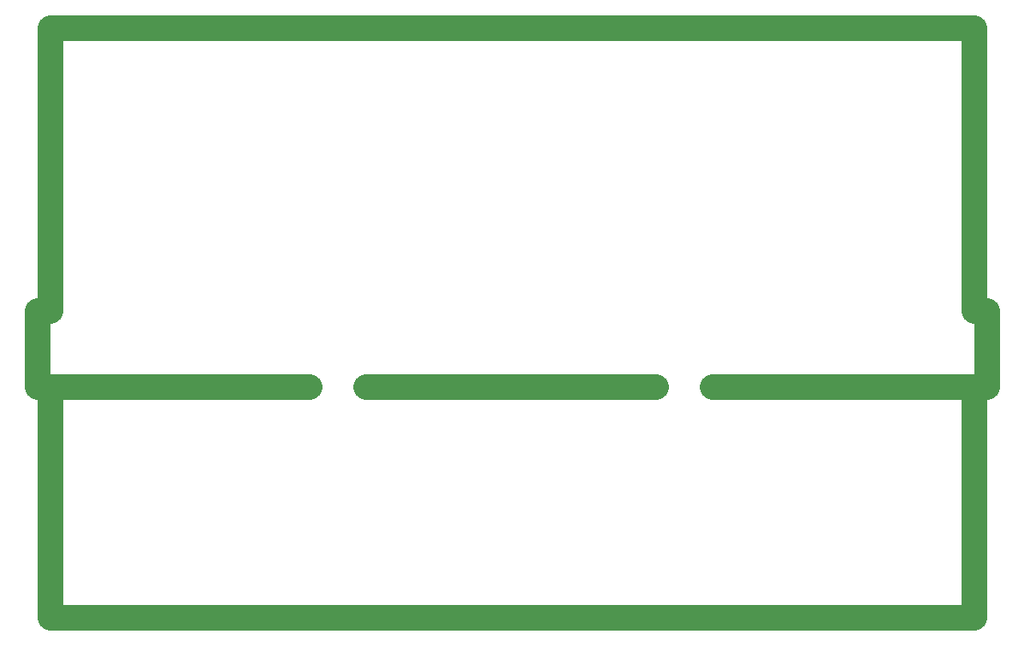
<source format=gko>
G04 #@! TF.FileFunction,Profile,NP*
%FSLAX46Y46*%
G04 Gerber Fmt 4.6, Leading zero omitted, Abs format (unit mm)*
G04 Created by KiCad (PCBNEW 4.0.0-2.201512072331+6194~38~ubuntu14.04.1-stable) date Sun 31 Jul 2016 10:30:43 AM CEST*
%MOMM*%
G01*
G04 APERTURE LIST*
%ADD10C,0.100000*%
%ADD11C,2.540000*%
G04 APERTURE END LIST*
D10*
D11*
X115570000Y-69930000D02*
X115570000Y-41910000D01*
X114300000Y-77470000D02*
X114300000Y-69930000D01*
X207010000Y-69930000D02*
X207010000Y-41900000D01*
X208280000Y-77470000D02*
X208280000Y-69930000D01*
X207010000Y-77470000D02*
X207010000Y-100330000D01*
X115570000Y-77470000D02*
X115570000Y-100330000D01*
X114300000Y-77470000D02*
X141224000Y-77470000D01*
X208280000Y-77470000D02*
X181102000Y-77470000D01*
X146812000Y-77470000D02*
X175514000Y-77470000D01*
X207010000Y-100330000D02*
X115570000Y-100330000D01*
X115570000Y-41910000D02*
X207010000Y-41910000D01*
M02*

</source>
